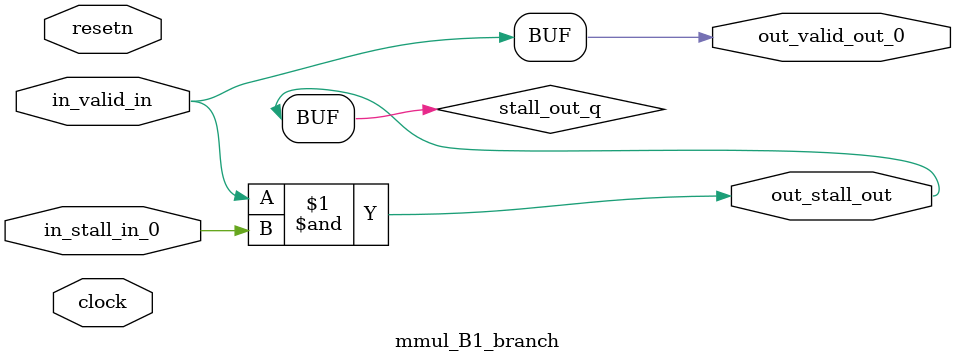
<source format=sv>



(* altera_attribute = "-name AUTO_SHIFT_REGISTER_RECOGNITION OFF; -name MESSAGE_DISABLE 10036; -name MESSAGE_DISABLE 10037; -name MESSAGE_DISABLE 14130; -name MESSAGE_DISABLE 14320; -name MESSAGE_DISABLE 15400; -name MESSAGE_DISABLE 14130; -name MESSAGE_DISABLE 10036; -name MESSAGE_DISABLE 12020; -name MESSAGE_DISABLE 12030; -name MESSAGE_DISABLE 12010; -name MESSAGE_DISABLE 12110; -name MESSAGE_DISABLE 14320; -name MESSAGE_DISABLE 13410; -name MESSAGE_DISABLE 113007; -name MESSAGE_DISABLE 10958" *)
module mmul_B1_branch (
    input wire [0:0] in_stall_in_0,
    input wire [0:0] in_valid_in,
    output wire [0:0] out_stall_out,
    output wire [0:0] out_valid_out_0,
    input wire clock,
    input wire resetn
    );

    wire [0:0] stall_out_q;


    // stall_out(LOGICAL,6)
    assign stall_out_q = in_valid_in & in_stall_in_0;

    // out_stall_out(GPOUT,4)
    assign out_stall_out = stall_out_q;

    // out_valid_out_0(GPOUT,5)
    assign out_valid_out_0 = in_valid_in;

endmodule

</source>
